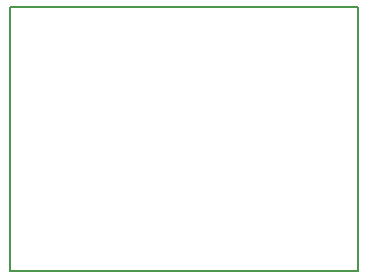
<source format=gko>
G04 #@! TF.FileFunction,Other,User*
%FSLAX46Y46*%
G04 Gerber Fmt 4.6, Leading zero omitted, Abs format (unit mm)*
G04 Created by KiCad (PCBNEW (2015-10-27 BZR 1, Git 48df08c)-product) date Thu 14 Jan 2016 01:14:55 AM PST*
%MOMM*%
G01*
G04 APERTURE LIST*
%ADD10C,0.100000*%
%ADD11C,0.200000*%
G04 APERTURE END LIST*
D10*
D11*
X121920000Y-85852000D02*
X151384000Y-85852000D01*
X151384000Y-108204000D02*
X151384000Y-85852000D01*
X121920000Y-108204000D02*
X151384000Y-108204000D01*
X121920000Y-85852000D02*
X121920000Y-108204000D01*
M02*

</source>
